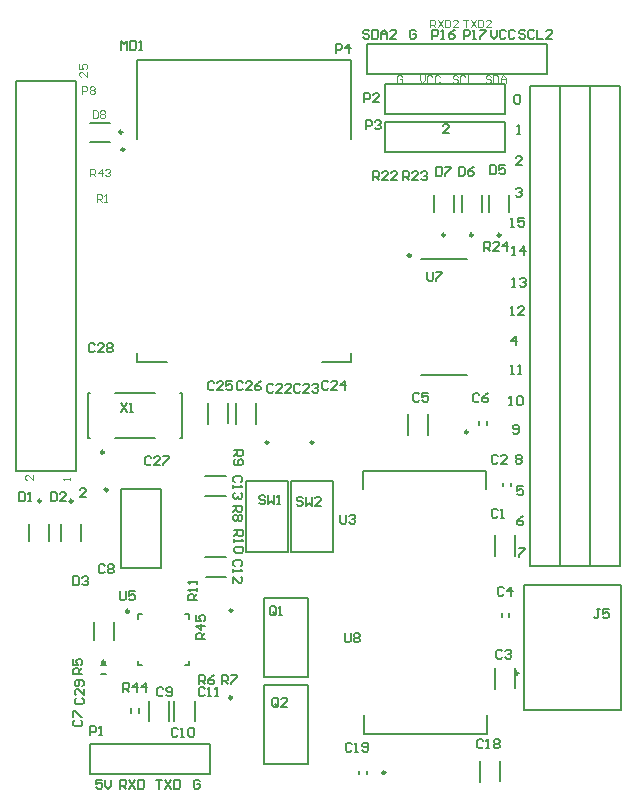
<source format=gto>
G04*
G04 #@! TF.GenerationSoftware,Altium Limited,Altium Designer,20.1.14 (287)*
G04*
G04 Layer_Color=65535*
%FSLAX24Y24*%
%MOIN*%
G70*
G04*
G04 #@! TF.SameCoordinates,D1A17965-E816-498F-87AB-38A2C5CE3A16*
G04*
G04*
G04 #@! TF.FilePolarity,Positive*
G04*
G01*
G75*
%ADD10C,0.0098*%
%ADD11C,0.0079*%
%ADD12C,0.0060*%
%ADD13C,0.0050*%
%ADD14C,0.0040*%
D10*
X16450Y31870D02*
G03*
X16450Y31870I-49J0D01*
G01*
X15802Y14778D02*
G03*
X15802Y14778I-49J0D01*
G01*
X29579Y14416D02*
G03*
X29579Y14416I-49J0D01*
G01*
X28989Y29020D02*
G03*
X28989Y29020I-49J0D01*
G01*
X28064D02*
G03*
X28064Y29020I-49J0D01*
G01*
X27139D02*
G03*
X27139Y29020I-49J0D01*
G01*
X16603Y16476D02*
G03*
X16603Y16476I-49J0D01*
G01*
X25998Y28337D02*
G03*
X25998Y28337I-49J0D01*
G01*
X27903Y22450D02*
G03*
X27903Y22450I-49J0D01*
G01*
X25146Y11100D02*
G03*
X25146Y11100I-49J0D01*
G01*
X15767Y21780D02*
G03*
X15767Y21780I-49J0D01*
G01*
X16378Y32450D02*
G03*
X16378Y32450I-49J0D01*
G01*
X13672Y20154D02*
G03*
X13672Y20154I-49J0D01*
G01*
X14722D02*
G03*
X14722Y20154I-49J0D01*
G01*
X22749Y22109D02*
G03*
X22749Y22109I-49J0D01*
G01*
X21249D02*
G03*
X21249Y22109I-49J0D01*
G01*
X15893Y20529D02*
G03*
X15893Y20529I-49J0D01*
G01*
X20039Y13600D02*
G03*
X20039Y13600I-49J0D01*
G01*
X20049Y16506D02*
G03*
X20049Y16506I-49J0D01*
G01*
D11*
X29072Y20641D02*
Y20759D01*
X29328Y20641D02*
Y20759D01*
X16883Y34869D02*
X24009D01*
Y24790D02*
Y25075D01*
Y32225D02*
Y34869D01*
X16883Y24790D02*
X17872D01*
X23021D02*
X24009D01*
X16883D02*
Y25075D01*
Y32225D02*
Y34869D01*
X24550Y34400D02*
X30550D01*
X24550Y35400D02*
X30550D01*
X24550Y34400D02*
Y35400D01*
X30550Y34400D02*
Y35400D01*
X15428Y15535D02*
Y16126D01*
X16098Y15535D02*
Y16126D01*
X31958Y34004D02*
X32958D01*
X31958Y18754D02*
Y34004D01*
Y18004D02*
Y18754D01*
Y18004D02*
X32958D01*
Y34004D01*
X30958D02*
X31958D01*
X30958Y18754D02*
Y34004D01*
Y18004D02*
Y18754D01*
Y18004D02*
X31958D01*
Y34004D01*
X29958D02*
X30958D01*
X29958Y18754D02*
Y34004D01*
Y18004D02*
Y18754D01*
Y18004D02*
X30958D01*
Y34004D01*
X29485Y18319D02*
Y19008D01*
X28814Y18317D02*
Y19006D01*
X29022Y16291D02*
Y16409D01*
X29278Y16291D02*
Y16409D01*
X29485Y13906D02*
Y14594D01*
X28814Y13903D02*
Y14592D01*
X33014Y13195D02*
Y17369D01*
X29786D02*
X33014D01*
X29786Y13195D02*
Y17369D01*
Y13195D02*
X33014D01*
X28615Y29778D02*
Y30368D01*
X29285Y29778D02*
Y30368D01*
X27690Y29778D02*
Y30368D01*
X28360Y29778D02*
Y30368D01*
X26765Y29778D02*
Y30368D01*
X27435Y29778D02*
Y30368D01*
X29150Y33050D02*
Y34050D01*
X25150Y33050D02*
X29150D01*
X25150Y34050D02*
X29150D01*
X25150Y33050D02*
Y34050D01*
X12850Y34150D02*
X14850D01*
X12850Y21150D02*
X14850D01*
X12850D02*
Y34150D01*
X14850Y21150D02*
Y34150D01*
X28497Y20541D02*
Y21170D01*
X24403Y20541D02*
Y21170D01*
X28497D01*
X24453Y12380D02*
Y13009D01*
X28547Y12380D02*
Y13009D01*
X24453Y12380D02*
X28547D01*
X16131Y23748D02*
X17469D01*
X16131Y22252D02*
X17469D01*
X18296Y23748D02*
X18375D01*
Y22252D02*
Y23748D01*
X18296Y22252D02*
X18375D01*
X15225Y23748D02*
X15304D01*
X15225Y22252D02*
Y23748D01*
Y22252D02*
X15304D01*
X24528Y11041D02*
Y11159D01*
X24272Y11041D02*
Y11159D01*
X28272Y22691D02*
Y22809D01*
X28528Y22691D02*
Y22809D01*
X28314Y10803D02*
Y11492D01*
X28985Y10806D02*
Y11494D01*
X26586Y22358D02*
Y23047D01*
X25915Y22356D02*
Y23044D01*
X23389Y18469D02*
Y20831D01*
X22011D02*
X23389D01*
X22011Y18469D02*
X23389D01*
X22011D02*
Y20831D01*
X21112Y14281D02*
Y16919D01*
Y14281D02*
X22569D01*
Y16919D01*
X21112D02*
X22569D01*
X19153Y18286D02*
X19842D01*
X19156Y17615D02*
X19844D01*
X15667Y14396D02*
X15824D01*
X15667Y14672D02*
X15824D01*
X14328Y18806D02*
Y19396D01*
X14998Y18806D02*
Y19396D01*
X16667Y13096D02*
Y13254D01*
X16943Y13096D02*
Y13254D01*
X13278Y18806D02*
Y19396D01*
X13948Y18806D02*
Y19396D01*
X15300Y11050D02*
Y12050D01*
X19300D01*
X15300Y11050D02*
X19300D01*
Y12050D01*
X21889Y18469D02*
Y20831D01*
X20511D02*
X21889D01*
X20511Y18469D02*
X21889D01*
X20511D02*
Y20831D01*
X26329Y24371D02*
X27871D01*
X26329Y28229D02*
X27871D01*
X21102Y11376D02*
Y14013D01*
Y11376D02*
X22559D01*
Y14013D01*
X21102D02*
X22559D01*
X19149Y20986D02*
X19838D01*
X19151Y20316D02*
X19840D01*
X16907Y16235D02*
Y16373D01*
X17045D01*
X18462D02*
X18600D01*
Y16235D02*
Y16373D01*
Y14680D02*
Y14818D01*
X18462Y14680D02*
X18600D01*
X16907D02*
Y14818D01*
Y14680D02*
X17045D01*
X16335Y17911D02*
Y20548D01*
X17674Y17911D02*
Y20548D01*
X16335D02*
X17674D01*
X16335Y17911D02*
X17674D01*
X19903Y22739D02*
Y23428D01*
X19233Y22737D02*
Y23426D01*
X20853Y22733D02*
Y23422D01*
X20183Y22731D02*
Y23420D01*
X15315Y32765D02*
X15985D01*
X15315Y32135D02*
X15985D01*
X18119Y12805D02*
Y13494D01*
X18789Y12807D02*
Y13496D01*
X17269Y12805D02*
Y13494D01*
X17939Y12807D02*
Y13496D01*
X25150Y31800D02*
Y32800D01*
X29150D01*
X25150Y31800D02*
X29150D01*
Y32800D01*
D12*
X29810Y35810D02*
X29760Y35860D01*
X29660D01*
X29610Y35810D01*
Y35760D01*
X29660Y35710D01*
X29760D01*
X29810Y35660D01*
Y35610D01*
X29760Y35560D01*
X29660D01*
X29610Y35610D01*
X30110Y35810D02*
X30060Y35860D01*
X29960D01*
X29910Y35810D01*
Y35610D01*
X29960Y35560D01*
X30060D01*
X30110Y35610D01*
X30210Y35860D02*
Y35560D01*
X30410D01*
X30710D02*
X30510D01*
X30710Y35760D01*
Y35810D01*
X30660Y35860D01*
X30560D01*
X30510Y35810D01*
X28660Y35860D02*
Y35660D01*
X28760Y35560D01*
X28860Y35660D01*
Y35860D01*
X29160Y35810D02*
X29110Y35860D01*
X29010D01*
X28960Y35810D01*
Y35610D01*
X29010Y35560D01*
X29110D01*
X29160Y35610D01*
X29460Y35810D02*
X29410Y35860D01*
X29310D01*
X29260Y35810D01*
Y35610D01*
X29310Y35560D01*
X29410D01*
X29460Y35610D01*
X26710Y35560D02*
Y35860D01*
X26860D01*
X26910Y35810D01*
Y35710D01*
X26860Y35660D01*
X26710D01*
X27010Y35560D02*
X27110D01*
X27060D01*
Y35860D01*
X27010Y35810D01*
X27460Y35860D02*
X27360Y35810D01*
X27260Y35710D01*
Y35610D01*
X27310Y35560D01*
X27410D01*
X27460Y35610D01*
Y35660D01*
X27410Y35710D01*
X27260D01*
X27760Y35560D02*
Y35860D01*
X27910D01*
X27960Y35810D01*
Y35710D01*
X27910Y35660D01*
X27760D01*
X28060Y35560D02*
X28160D01*
X28110D01*
Y35860D01*
X28060Y35810D01*
X28310Y35860D02*
X28510D01*
Y35810D01*
X28310Y35610D01*
Y35560D01*
X27260Y32410D02*
X27060D01*
X27260Y32610D01*
Y32660D01*
X27210Y32710D01*
X27110D01*
X27060Y32660D01*
X17510Y10860D02*
X17710D01*
X17610D01*
Y10560D01*
X17810Y10860D02*
X18010Y10560D01*
Y10860D02*
X17810Y10560D01*
X18110Y10860D02*
Y10560D01*
X18260D01*
X18310Y10610D01*
Y10810D01*
X18260Y10860D01*
X18110D01*
X16310Y10560D02*
Y10860D01*
X16460D01*
X16510Y10810D01*
Y10710D01*
X16460Y10660D01*
X16310D01*
X16410D02*
X16510Y10560D01*
X16610Y10860D02*
X16810Y10560D01*
Y10860D02*
X16610Y10560D01*
X16910Y10860D02*
Y10560D01*
X17060D01*
X17110Y10610D01*
Y10810D01*
X17060Y10860D01*
X16910D01*
X15710D02*
X15510D01*
Y10710D01*
X15610Y10760D01*
X15660D01*
X15710Y10710D01*
Y10610D01*
X15660Y10560D01*
X15560D01*
X15510Y10610D01*
X15810Y10860D02*
Y10660D01*
X15910Y10560D01*
X16010Y10660D01*
Y10860D01*
X24610Y35810D02*
X24560Y35860D01*
X24460D01*
X24410Y35810D01*
Y35760D01*
X24460Y35710D01*
X24560D01*
X24610Y35660D01*
Y35610D01*
X24560Y35560D01*
X24460D01*
X24410Y35610D01*
X24710Y35860D02*
Y35560D01*
X24860D01*
X24910Y35610D01*
Y35810D01*
X24860Y35860D01*
X24710D01*
X25010Y35560D02*
Y35760D01*
X25110Y35860D01*
X25210Y35760D01*
Y35560D01*
Y35710D01*
X25010D01*
X25510Y35560D02*
X25310D01*
X25510Y35760D01*
Y35810D01*
X25460Y35860D01*
X25360D01*
X25310Y35810D01*
X26160D02*
X26110Y35860D01*
X26010D01*
X25960Y35810D01*
Y35610D01*
X26010Y35560D01*
X26110D01*
X26160Y35610D01*
Y35710D01*
X26060D01*
X18960Y10810D02*
X18910Y10860D01*
X18810D01*
X18760Y10810D01*
Y10610D01*
X18810Y10560D01*
X18910D01*
X18960Y10610D01*
Y10710D01*
X18860D01*
D13*
X29750Y20650D02*
X29550D01*
Y20500D01*
X29650Y20550D01*
X29700D01*
X29750Y20500D01*
Y20400D01*
X29700Y20350D01*
X29600D01*
X29550Y20400D01*
X29600Y18600D02*
X29800D01*
Y18550D01*
X29600Y18350D01*
Y18300D01*
X29500Y30550D02*
X29550Y30600D01*
X29650D01*
X29700Y30550D01*
Y30500D01*
X29650Y30450D01*
X29600D01*
X29650D01*
X29700Y30400D01*
Y30350D01*
X29650Y30300D01*
X29550D01*
X29500Y30350D01*
X29700Y31350D02*
X29500D01*
X29700Y31550D01*
Y31600D01*
X29650Y31650D01*
X29550D01*
X29500Y31600D01*
X29275Y23350D02*
X29375D01*
X29325D01*
Y23650D01*
X29275Y23600D01*
X29525D02*
X29575Y23650D01*
X29675D01*
X29725Y23600D01*
Y23400D01*
X29675Y23350D01*
X29575D01*
X29525Y23400D01*
Y23600D01*
X29550Y32400D02*
X29650D01*
X29600D01*
Y32700D01*
X29550Y32650D01*
X29400Y22450D02*
X29450Y22400D01*
X29550D01*
X29600Y22450D01*
Y22650D01*
X29550Y22700D01*
X29450D01*
X29400Y22650D01*
Y22600D01*
X29450Y22550D01*
X29600D01*
X29750Y19650D02*
X29650Y19600D01*
X29550Y19500D01*
Y19400D01*
X29600Y19350D01*
X29700D01*
X29750Y19400D01*
Y19450D01*
X29700Y19500D01*
X29550D01*
X29375Y27300D02*
X29475D01*
X29425D01*
Y27600D01*
X29375Y27550D01*
X29625D02*
X29675Y27600D01*
X29775D01*
X29825Y27550D01*
Y27500D01*
X29775Y27450D01*
X29725D01*
X29775D01*
X29825Y27400D01*
Y27350D01*
X29775Y27300D01*
X29675D01*
X29625Y27350D01*
X29325Y24400D02*
X29425D01*
X29375D01*
Y24700D01*
X29325Y24650D01*
X29575Y24400D02*
X29675D01*
X29625D01*
Y24700D01*
X29575Y24650D01*
X29500Y21650D02*
X29550Y21700D01*
X29650D01*
X29700Y21650D01*
Y21600D01*
X29650Y21550D01*
X29700Y21500D01*
Y21450D01*
X29650Y21400D01*
X29550D01*
X29500Y21450D01*
Y21500D01*
X29550Y21550D01*
X29500Y21600D01*
Y21650D01*
X29550Y21550D02*
X29650D01*
X29375Y28350D02*
X29475D01*
X29425D01*
Y28650D01*
X29375Y28600D01*
X29775Y28350D02*
Y28650D01*
X29625Y28500D01*
X29825D01*
X29500Y25350D02*
Y25650D01*
X29350Y25500D01*
X29550D01*
X29325Y26350D02*
X29425D01*
X29375D01*
Y26650D01*
X29325Y26600D01*
X29775Y26350D02*
X29575D01*
X29775Y26550D01*
Y26600D01*
X29725Y26650D01*
X29625D01*
X29575Y26600D01*
X29325Y29300D02*
X29425D01*
X29375D01*
Y29600D01*
X29325Y29550D01*
X29775Y29600D02*
X29575D01*
Y29450D01*
X29675Y29500D01*
X29725D01*
X29775Y29450D01*
Y29350D01*
X29725Y29300D01*
X29625D01*
X29575Y29350D01*
X29450Y33650D02*
X29500Y33700D01*
X29600D01*
X29650Y33650D01*
Y33450D01*
X29600Y33400D01*
X29500D01*
X29450Y33450D01*
Y33650D01*
X16300Y17150D02*
Y16900D01*
X16350Y16850D01*
X16450D01*
X16500Y16900D01*
Y17150D01*
X16800D02*
X16600D01*
Y17000D01*
X16700Y17050D01*
X16750D01*
X16800Y17000D01*
Y16900D01*
X16750Y16850D01*
X16650D01*
X16600Y16900D01*
X16333Y23430D02*
X16533Y23130D01*
Y23430D02*
X16333Y23130D01*
X16633D02*
X16733D01*
X16683D01*
Y23430D01*
X16633Y23380D01*
X23800Y15750D02*
Y15500D01*
X23850Y15450D01*
X23950D01*
X24000Y15500D01*
Y15750D01*
X24100Y15700D02*
X24150Y15750D01*
X24250D01*
X24300Y15700D01*
Y15650D01*
X24250Y15600D01*
X24300Y15550D01*
Y15500D01*
X24250Y15450D01*
X24150D01*
X24100Y15500D01*
Y15550D01*
X24150Y15600D01*
X24100Y15650D01*
Y15700D01*
X24150Y15600D02*
X24250D01*
X26550Y27800D02*
Y27550D01*
X26600Y27500D01*
X26700D01*
X26750Y27550D01*
Y27800D01*
X26850D02*
X27050D01*
Y27750D01*
X26850Y27550D01*
Y27500D01*
X15170Y20280D02*
X14970D01*
X15170Y20480D01*
Y20530D01*
X15120Y20580D01*
X15020D01*
X14970Y20530D01*
X23650Y19700D02*
Y19450D01*
X23700Y19400D01*
X23800D01*
X23850Y19450D01*
Y19700D01*
X23950Y19650D02*
X24000Y19700D01*
X24100D01*
X24150Y19650D01*
Y19600D01*
X24100Y19550D01*
X24050D01*
X24100D01*
X24150Y19500D01*
Y19450D01*
X24100Y19400D01*
X24000D01*
X23950Y19450D01*
X22400Y20250D02*
X22350Y20300D01*
X22250D01*
X22200Y20250D01*
Y20200D01*
X22250Y20150D01*
X22350D01*
X22400Y20100D01*
Y20050D01*
X22350Y20000D01*
X22250D01*
X22200Y20050D01*
X22500Y20300D02*
Y20000D01*
X22600Y20100D01*
X22700Y20000D01*
Y20300D01*
X23000Y20000D02*
X22800D01*
X23000Y20200D01*
Y20250D01*
X22950Y20300D01*
X22850D01*
X22800Y20250D01*
X21150Y20300D02*
X21100Y20350D01*
X21000D01*
X20950Y20300D01*
Y20250D01*
X21000Y20200D01*
X21100D01*
X21150Y20150D01*
Y20100D01*
X21100Y20050D01*
X21000D01*
X20950Y20100D01*
X21250Y20350D02*
Y20050D01*
X21350Y20150D01*
X21450Y20050D01*
Y20350D01*
X21550Y20050D02*
X21650D01*
X21600D01*
Y20350D01*
X21550Y20300D01*
X19150Y15550D02*
X18850D01*
Y15700D01*
X18900Y15750D01*
X19000D01*
X19050Y15700D01*
Y15550D01*
Y15650D02*
X19150Y15750D01*
Y16000D02*
X18850D01*
X19000Y15850D01*
Y16050D01*
X18850Y16350D02*
Y16150D01*
X19000D01*
X18950Y16250D01*
Y16300D01*
X19000Y16350D01*
X19100D01*
X19150Y16300D01*
Y16200D01*
X19100Y16150D01*
X16405Y13802D02*
Y14102D01*
X16555D01*
X16605Y14052D01*
Y13952D01*
X16555Y13902D01*
X16405D01*
X16505D02*
X16605Y13802D01*
X16855D02*
Y14102D01*
X16705Y13952D01*
X16905D01*
X17155Y13802D02*
Y14102D01*
X17005Y13952D01*
X17205D01*
X28450Y28500D02*
Y28800D01*
X28600D01*
X28650Y28750D01*
Y28650D01*
X28600Y28600D01*
X28450D01*
X28550D02*
X28650Y28500D01*
X28950D02*
X28750D01*
X28950Y28700D01*
Y28750D01*
X28900Y28800D01*
X28800D01*
X28750Y28750D01*
X29200Y28500D02*
Y28800D01*
X29050Y28650D01*
X29250D01*
X25750Y30850D02*
Y31150D01*
X25900D01*
X25950Y31100D01*
Y31000D01*
X25900Y30950D01*
X25750D01*
X25850D02*
X25950Y30850D01*
X26250D02*
X26050D01*
X26250Y31050D01*
Y31100D01*
X26200Y31150D01*
X26100D01*
X26050Y31100D01*
X26350D02*
X26400Y31150D01*
X26500D01*
X26550Y31100D01*
Y31050D01*
X26500Y31000D01*
X26450D01*
X26500D01*
X26550Y30950D01*
Y30900D01*
X26500Y30850D01*
X26400D01*
X26350Y30900D01*
X24750Y30850D02*
Y31150D01*
X24900D01*
X24950Y31100D01*
Y31000D01*
X24900Y30950D01*
X24750D01*
X24850D02*
X24950Y30850D01*
X25250D02*
X25050D01*
X25250Y31050D01*
Y31100D01*
X25200Y31150D01*
X25100D01*
X25050Y31100D01*
X25550Y30850D02*
X25350D01*
X25550Y31050D01*
Y31100D01*
X25500Y31150D01*
X25400D01*
X25350Y31100D01*
X18873Y16842D02*
X18573D01*
Y16992D01*
X18623Y17042D01*
X18723D01*
X18773Y16992D01*
Y16842D01*
Y16942D02*
X18873Y17042D01*
Y17142D02*
Y17242D01*
Y17192D01*
X18573D01*
X18623Y17142D01*
X18873Y17392D02*
Y17492D01*
Y17442D01*
X18573D01*
X18623Y17392D01*
X20106Y19175D02*
X20406D01*
Y19025D01*
X20356Y18975D01*
X20256D01*
X20206Y19025D01*
Y19175D01*
Y19075D02*
X20106Y18975D01*
Y18875D02*
Y18775D01*
Y18825D01*
X20406D01*
X20356Y18875D01*
Y18625D02*
X20406Y18575D01*
Y18475D01*
X20356Y18425D01*
X20156D01*
X20106Y18475D01*
Y18575D01*
X20156Y18625D01*
X20356D01*
X20091Y21850D02*
X20391D01*
Y21700D01*
X20341Y21650D01*
X20241D01*
X20191Y21700D01*
Y21850D01*
Y21750D02*
X20091Y21650D01*
X20141Y21550D02*
X20091Y21500D01*
Y21400D01*
X20141Y21350D01*
X20341D01*
X20391Y21400D01*
Y21500D01*
X20341Y21550D01*
X20291D01*
X20241Y21500D01*
Y21350D01*
X20082Y20000D02*
X20382D01*
Y19850D01*
X20332Y19800D01*
X20232D01*
X20182Y19850D01*
Y20000D01*
Y19900D02*
X20082Y19800D01*
X20332Y19700D02*
X20382Y19650D01*
Y19550D01*
X20332Y19500D01*
X20282D01*
X20232Y19550D01*
X20182Y19500D01*
X20132D01*
X20082Y19550D01*
Y19650D01*
X20132Y19700D01*
X20182D01*
X20232Y19650D01*
X20282Y19700D01*
X20332D01*
X20232Y19650D02*
Y19550D01*
X19700Y14050D02*
Y14350D01*
X19850D01*
X19900Y14300D01*
Y14200D01*
X19850Y14150D01*
X19700D01*
X19800D02*
X19900Y14050D01*
X20000Y14350D02*
X20200D01*
Y14300D01*
X20000Y14100D01*
Y14050D01*
X18950D02*
Y14350D01*
X19100D01*
X19150Y14300D01*
Y14200D01*
X19100Y14150D01*
X18950D01*
X19050D02*
X19150Y14050D01*
X19450Y14350D02*
X19350Y14300D01*
X19250Y14200D01*
Y14100D01*
X19300Y14050D01*
X19400D01*
X19450Y14100D01*
Y14150D01*
X19400Y14200D01*
X19250D01*
X15046Y14384D02*
X14746D01*
Y14534D01*
X14796Y14584D01*
X14896D01*
X14946Y14534D01*
Y14384D01*
Y14484D02*
X15046Y14584D01*
X14746Y14884D02*
Y14684D01*
X14896D01*
X14846Y14784D01*
Y14834D01*
X14896Y14884D01*
X14996D01*
X15046Y14834D01*
Y14734D01*
X14996Y14684D01*
X21580Y13350D02*
Y13550D01*
X21530Y13600D01*
X21430D01*
X21380Y13550D01*
Y13350D01*
X21430Y13300D01*
X21530D01*
X21480Y13400D02*
X21580Y13300D01*
X21530D02*
X21580Y13350D01*
X21880Y13300D02*
X21680D01*
X21880Y13500D01*
Y13550D01*
X21830Y13600D01*
X21730D01*
X21680Y13550D01*
X21500Y16400D02*
Y16600D01*
X21450Y16650D01*
X21350D01*
X21300Y16600D01*
Y16400D01*
X21350Y16350D01*
X21450D01*
X21400Y16450D02*
X21500Y16350D01*
X21450D02*
X21500Y16400D01*
X21600Y16350D02*
X21700D01*
X21650D01*
Y16650D01*
X21600Y16600D01*
X23500Y35100D02*
Y35400D01*
X23650D01*
X23700Y35350D01*
Y35250D01*
X23650Y35200D01*
X23500D01*
X23950Y35100D02*
Y35400D01*
X23800Y35250D01*
X24000D01*
X24500Y32550D02*
Y32850D01*
X24650D01*
X24700Y32800D01*
Y32700D01*
X24650Y32650D01*
X24500D01*
X24800Y32800D02*
X24850Y32850D01*
X24950D01*
X25000Y32800D01*
Y32750D01*
X24950Y32700D01*
X24900D01*
X24950D01*
X25000Y32650D01*
Y32600D01*
X24950Y32550D01*
X24850D01*
X24800Y32600D01*
X24450Y33450D02*
Y33750D01*
X24600D01*
X24650Y33700D01*
Y33600D01*
X24600Y33550D01*
X24450D01*
X24950Y33450D02*
X24750D01*
X24950Y33650D01*
Y33700D01*
X24900Y33750D01*
X24800D01*
X24750Y33700D01*
X15310Y12340D02*
Y12640D01*
X15460D01*
X15510Y12590D01*
Y12490D01*
X15460Y12440D01*
X15310D01*
X15610Y12340D02*
X15710D01*
X15660D01*
Y12640D01*
X15610Y12590D01*
X16350Y35200D02*
Y35500D01*
X16450Y35400D01*
X16550Y35500D01*
Y35200D01*
X16650Y35500D02*
Y35200D01*
X16800D01*
X16850Y35250D01*
Y35450D01*
X16800Y35500D01*
X16650D01*
X16950Y35200D02*
X17050D01*
X17000D01*
Y35500D01*
X16950Y35450D01*
X32300Y16550D02*
X32200D01*
X32250D01*
Y16300D01*
X32200Y16250D01*
X32150D01*
X32100Y16300D01*
X32600Y16550D02*
X32400D01*
Y16400D01*
X32500Y16450D01*
X32550D01*
X32600Y16400D01*
Y16300D01*
X32550Y16250D01*
X32450D01*
X32400Y16300D01*
X26850Y31300D02*
Y31000D01*
X27000D01*
X27050Y31050D01*
Y31250D01*
X27000Y31300D01*
X26850D01*
X27150D02*
X27350D01*
Y31250D01*
X27150Y31050D01*
Y31000D01*
X27600Y31300D02*
Y31000D01*
X27750D01*
X27800Y31050D01*
Y31250D01*
X27750Y31300D01*
X27600D01*
X28100D02*
X28000Y31250D01*
X27900Y31150D01*
Y31050D01*
X27950Y31000D01*
X28050D01*
X28100Y31050D01*
Y31100D01*
X28050Y31150D01*
X27900D01*
X28650Y31350D02*
Y31050D01*
X28800D01*
X28850Y31100D01*
Y31300D01*
X28800Y31350D01*
X28650D01*
X29150D02*
X28950D01*
Y31200D01*
X29050Y31250D01*
X29100D01*
X29150Y31200D01*
Y31100D01*
X29100Y31050D01*
X29000D01*
X28950Y31100D01*
X14750Y17650D02*
Y17350D01*
X14900D01*
X14950Y17400D01*
Y17600D01*
X14900Y17650D01*
X14750D01*
X15050Y17600D02*
X15100Y17650D01*
X15200D01*
X15250Y17600D01*
Y17550D01*
X15200Y17500D01*
X15150D01*
X15200D01*
X15250Y17450D01*
Y17400D01*
X15200Y17350D01*
X15100D01*
X15050Y17400D01*
X14000Y20450D02*
Y20150D01*
X14150D01*
X14200Y20200D01*
Y20400D01*
X14150Y20450D01*
X14000D01*
X14500Y20150D02*
X14300D01*
X14500Y20350D01*
Y20400D01*
X14450Y20450D01*
X14350D01*
X14300Y20400D01*
X12950Y20450D02*
Y20150D01*
X13100D01*
X13150Y20200D01*
Y20400D01*
X13100Y20450D01*
X12950D01*
X13250Y20150D02*
X13350D01*
X13300D01*
Y20450D01*
X13250Y20400D01*
X14841Y13584D02*
X14791Y13534D01*
Y13434D01*
X14841Y13384D01*
X15041D01*
X15091Y13434D01*
Y13534D01*
X15041Y13584D01*
X15091Y13884D02*
Y13684D01*
X14891Y13884D01*
X14841D01*
X14791Y13834D01*
Y13734D01*
X14841Y13684D01*
X15041Y13984D02*
X15091Y14034D01*
Y14134D01*
X15041Y14184D01*
X14841D01*
X14791Y14134D01*
Y14034D01*
X14841Y13984D01*
X14891D01*
X14941Y14034D01*
Y14184D01*
X15460Y25360D02*
X15410Y25410D01*
X15310D01*
X15260Y25360D01*
Y25160D01*
X15310Y25110D01*
X15410D01*
X15460Y25160D01*
X15760Y25110D02*
X15560D01*
X15760Y25310D01*
Y25360D01*
X15710Y25410D01*
X15610D01*
X15560Y25360D01*
X15860D02*
X15910Y25410D01*
X16010D01*
X16060Y25360D01*
Y25310D01*
X16010Y25260D01*
X16060Y25210D01*
Y25160D01*
X16010Y25110D01*
X15910D01*
X15860Y25160D01*
Y25210D01*
X15910Y25260D01*
X15860Y25310D01*
Y25360D01*
X15910Y25260D02*
X16010D01*
X17350Y21600D02*
X17300Y21650D01*
X17200D01*
X17150Y21600D01*
Y21400D01*
X17200Y21350D01*
X17300D01*
X17350Y21400D01*
X17650Y21350D02*
X17450D01*
X17650Y21550D01*
Y21600D01*
X17600Y21650D01*
X17500D01*
X17450Y21600D01*
X17750Y21650D02*
X17950D01*
Y21600D01*
X17750Y21400D01*
Y21350D01*
X20390Y24090D02*
X20340Y24140D01*
X20240D01*
X20190Y24090D01*
Y23890D01*
X20240Y23840D01*
X20340D01*
X20390Y23890D01*
X20690Y23840D02*
X20490D01*
X20690Y24040D01*
Y24090D01*
X20640Y24140D01*
X20540D01*
X20490Y24090D01*
X20990Y24140D02*
X20890Y24090D01*
X20790Y23990D01*
Y23890D01*
X20840Y23840D01*
X20940D01*
X20990Y23890D01*
Y23940D01*
X20940Y23990D01*
X20790D01*
X19440Y24090D02*
X19390Y24140D01*
X19290D01*
X19240Y24090D01*
Y23890D01*
X19290Y23840D01*
X19390D01*
X19440Y23890D01*
X19740Y23840D02*
X19540D01*
X19740Y24040D01*
Y24090D01*
X19690Y24140D01*
X19590D01*
X19540Y24090D01*
X20040Y24140D02*
X19840D01*
Y23990D01*
X19940Y24040D01*
X19990D01*
X20040Y23990D01*
Y23890D01*
X19990Y23840D01*
X19890D01*
X19840Y23890D01*
X23240Y24120D02*
X23190Y24170D01*
X23090D01*
X23040Y24120D01*
Y23920D01*
X23090Y23870D01*
X23190D01*
X23240Y23920D01*
X23540Y23870D02*
X23340D01*
X23540Y24070D01*
Y24120D01*
X23490Y24170D01*
X23390D01*
X23340Y24120D01*
X23790Y23870D02*
Y24170D01*
X23640Y24020D01*
X23840D01*
X22320Y24020D02*
X22270Y24070D01*
X22170D01*
X22120Y24020D01*
Y23820D01*
X22170Y23770D01*
X22270D01*
X22320Y23820D01*
X22620Y23770D02*
X22420D01*
X22620Y23970D01*
Y24020D01*
X22570Y24070D01*
X22470D01*
X22420Y24020D01*
X22720D02*
X22770Y24070D01*
X22870D01*
X22920Y24020D01*
Y23970D01*
X22870Y23920D01*
X22820D01*
X22870D01*
X22920Y23870D01*
Y23820D01*
X22870Y23770D01*
X22770D01*
X22720Y23820D01*
X21420Y24020D02*
X21370Y24070D01*
X21270D01*
X21220Y24020D01*
Y23820D01*
X21270Y23770D01*
X21370D01*
X21420Y23820D01*
X21720Y23770D02*
X21520D01*
X21720Y23970D01*
Y24020D01*
X21670Y24070D01*
X21570D01*
X21520Y24020D01*
X22020Y23770D02*
X21820D01*
X22020Y23970D01*
Y24020D01*
X21970Y24070D01*
X21870D01*
X21820Y24020D01*
X24029Y12040D02*
X23979Y12090D01*
X23880D01*
X23830Y12040D01*
Y11840D01*
X23880Y11790D01*
X23979D01*
X24029Y11840D01*
X24129Y11790D02*
X24229D01*
X24179D01*
Y12090D01*
X24129Y12040D01*
X24379Y11840D02*
X24429Y11790D01*
X24529D01*
X24579Y11840D01*
Y12040D01*
X24529Y12090D01*
X24429D01*
X24379Y12040D01*
Y11990D01*
X24429Y11940D01*
X24579D01*
X28420Y12160D02*
X28370Y12210D01*
X28270D01*
X28220Y12160D01*
Y11960D01*
X28270Y11910D01*
X28370D01*
X28420Y11960D01*
X28520Y11910D02*
X28620D01*
X28570D01*
Y12210D01*
X28520Y12160D01*
X28770D02*
X28820Y12210D01*
X28920D01*
X28970Y12160D01*
Y12110D01*
X28920Y12060D01*
X28970Y12010D01*
Y11960D01*
X28920Y11910D01*
X28820D01*
X28770Y11960D01*
Y12010D01*
X28820Y12060D01*
X28770Y12110D01*
Y12160D01*
X28820Y12060D02*
X28920D01*
X20328Y20781D02*
X20378Y20831D01*
Y20931D01*
X20328Y20981D01*
X20128D01*
X20078Y20931D01*
Y20831D01*
X20128Y20781D01*
X20078Y20681D02*
Y20581D01*
Y20631D01*
X20378D01*
X20328Y20681D01*
Y20431D02*
X20378Y20381D01*
Y20281D01*
X20328Y20231D01*
X20278D01*
X20228Y20281D01*
Y20331D01*
Y20281D01*
X20178Y20231D01*
X20128D01*
X20078Y20281D01*
Y20381D01*
X20128Y20431D01*
X20332Y17981D02*
X20382Y18031D01*
Y18131D01*
X20332Y18181D01*
X20132D01*
X20082Y18131D01*
Y18031D01*
X20132Y17981D01*
X20082Y17881D02*
Y17781D01*
Y17831D01*
X20382D01*
X20332Y17881D01*
X20082Y17431D02*
Y17631D01*
X20282Y17431D01*
X20332D01*
X20382Y17481D01*
Y17581D01*
X20332Y17631D01*
X19125Y13900D02*
X19075Y13950D01*
X18975D01*
X18925Y13900D01*
Y13700D01*
X18975Y13650D01*
X19075D01*
X19125Y13700D01*
X19225Y13650D02*
X19325D01*
X19275D01*
Y13950D01*
X19225Y13900D01*
X19475Y13650D02*
X19575D01*
X19525D01*
Y13950D01*
X19475Y13900D01*
X18225Y12550D02*
X18175Y12600D01*
X18075D01*
X18025Y12550D01*
Y12350D01*
X18075Y12300D01*
X18175D01*
X18225Y12350D01*
X18325Y12300D02*
X18425D01*
X18375D01*
Y12600D01*
X18325Y12550D01*
X18575D02*
X18625Y12600D01*
X18725D01*
X18775Y12550D01*
Y12350D01*
X18725Y12300D01*
X18625D01*
X18575Y12350D01*
Y12550D01*
X17750Y13900D02*
X17700Y13950D01*
X17600D01*
X17550Y13900D01*
Y13700D01*
X17600Y13650D01*
X17700D01*
X17750Y13700D01*
X17850D02*
X17900Y13650D01*
X18000D01*
X18050Y13700D01*
Y13900D01*
X18000Y13950D01*
X17900D01*
X17850Y13900D01*
Y13850D01*
X17900Y13800D01*
X18050D01*
X15800Y18000D02*
X15750Y18050D01*
X15650D01*
X15600Y18000D01*
Y17800D01*
X15650Y17750D01*
X15750D01*
X15800Y17800D01*
X15900Y18000D02*
X15950Y18050D01*
X16050D01*
X16100Y18000D01*
Y17950D01*
X16050Y17900D01*
X16100Y17850D01*
Y17800D01*
X16050Y17750D01*
X15950D01*
X15900Y17800D01*
Y17850D01*
X15950Y17900D01*
X15900Y17950D01*
Y18000D01*
X15950Y17900D02*
X16050D01*
X14796Y12850D02*
X14746Y12800D01*
Y12700D01*
X14796Y12650D01*
X14996D01*
X15046Y12700D01*
Y12800D01*
X14996Y12850D01*
X14746Y12950D02*
Y13150D01*
X14796D01*
X14996Y12950D01*
X15046D01*
X28280Y23690D02*
X28230Y23740D01*
X28130D01*
X28080Y23690D01*
Y23490D01*
X28130Y23440D01*
X28230D01*
X28280Y23490D01*
X28580Y23740D02*
X28480Y23690D01*
X28380Y23590D01*
Y23490D01*
X28430Y23440D01*
X28530D01*
X28580Y23490D01*
Y23540D01*
X28530Y23590D01*
X28380D01*
X26280Y23710D02*
X26230Y23760D01*
X26130D01*
X26080Y23710D01*
Y23510D01*
X26130Y23460D01*
X26230D01*
X26280Y23510D01*
X26580Y23760D02*
X26380D01*
Y23610D01*
X26480Y23660D01*
X26530D01*
X26580Y23610D01*
Y23510D01*
X26530Y23460D01*
X26430D01*
X26380Y23510D01*
X29100Y17250D02*
X29050Y17300D01*
X28950D01*
X28900Y17250D01*
Y17050D01*
X28950Y17000D01*
X29050D01*
X29100Y17050D01*
X29350Y17000D02*
Y17300D01*
X29200Y17150D01*
X29400D01*
X29050Y15150D02*
X29000Y15200D01*
X28900D01*
X28850Y15150D01*
Y14950D01*
X28900Y14900D01*
X29000D01*
X29050Y14950D01*
X29150Y15150D02*
X29200Y15200D01*
X29300D01*
X29350Y15150D01*
Y15100D01*
X29300Y15050D01*
X29250D01*
X29300D01*
X29350Y15000D01*
Y14950D01*
X29300Y14900D01*
X29200D01*
X29150Y14950D01*
X28900Y21650D02*
X28850Y21700D01*
X28750D01*
X28700Y21650D01*
Y21450D01*
X28750Y21400D01*
X28850D01*
X28900Y21450D01*
X29200Y21400D02*
X29000D01*
X29200Y21600D01*
Y21650D01*
X29150Y21700D01*
X29050D01*
X29000Y21650D01*
X28900Y19850D02*
X28850Y19900D01*
X28750D01*
X28700Y19850D01*
Y19650D01*
X28750Y19600D01*
X28850D01*
X28900Y19650D01*
X29000Y19600D02*
X29100D01*
X29050D01*
Y19900D01*
X29000Y19850D01*
D14*
X26290Y34340D02*
Y34173D01*
X26373Y34090D01*
X26457Y34173D01*
Y34340D01*
X26707Y34298D02*
X26665Y34340D01*
X26582D01*
X26540Y34298D01*
Y34132D01*
X26582Y34090D01*
X26665D01*
X26707Y34132D01*
X26956Y34298D02*
X26915Y34340D01*
X26831D01*
X26790Y34298D01*
Y34132D01*
X26831Y34090D01*
X26915D01*
X26956Y34132D01*
X27740Y36190D02*
X27907D01*
X27823D01*
Y35940D01*
X27990Y36190D02*
X28157Y35940D01*
Y36190D02*
X27990Y35940D01*
X28240Y36190D02*
Y35940D01*
X28365D01*
X28406Y35982D01*
Y36148D01*
X28365Y36190D01*
X28240D01*
X28656Y35940D02*
X28490D01*
X28656Y36107D01*
Y36148D01*
X28615Y36190D01*
X28531D01*
X28490Y36148D01*
X27557Y34298D02*
X27515Y34340D01*
X27432D01*
X27390Y34298D01*
Y34257D01*
X27432Y34215D01*
X27515D01*
X27557Y34173D01*
Y34132D01*
X27515Y34090D01*
X27432D01*
X27390Y34132D01*
X27807Y34298D02*
X27765Y34340D01*
X27682D01*
X27640Y34298D01*
Y34132D01*
X27682Y34090D01*
X27765D01*
X27807Y34132D01*
X27890Y34340D02*
Y34090D01*
X28056D01*
X26640Y35940D02*
Y36190D01*
X26765D01*
X26807Y36148D01*
Y36065D01*
X26765Y36023D01*
X26640D01*
X26723D02*
X26807Y35940D01*
X26890Y36190D02*
X27057Y35940D01*
Y36190D02*
X26890Y35940D01*
X27140Y36190D02*
Y35940D01*
X27265D01*
X27306Y35982D01*
Y36148D01*
X27265Y36190D01*
X27140D01*
X27556Y35940D02*
X27390D01*
X27556Y36107D01*
Y36148D01*
X27515Y36190D01*
X27431D01*
X27390Y36148D01*
X28657Y34298D02*
X28615Y34340D01*
X28532D01*
X28490Y34298D01*
Y34257D01*
X28532Y34215D01*
X28615D01*
X28657Y34173D01*
Y34132D01*
X28615Y34090D01*
X28532D01*
X28490Y34132D01*
X28740Y34340D02*
Y34090D01*
X28865D01*
X28907Y34132D01*
Y34298D01*
X28865Y34340D01*
X28740D01*
X28990Y34090D02*
Y34257D01*
X29073Y34340D01*
X29156Y34257D01*
Y34090D01*
Y34215D01*
X28990D01*
X25707Y34298D02*
X25665Y34340D01*
X25582D01*
X25540Y34298D01*
Y34132D01*
X25582Y34090D01*
X25665D01*
X25707Y34132D01*
Y34215D01*
X25623D01*
X13400Y21017D02*
Y20850D01*
X13233Y21017D01*
X13192D01*
X13150Y20975D01*
Y20892D01*
X13192Y20850D01*
X14650D02*
Y20933D01*
Y20892D01*
X14400D01*
X14442Y20850D01*
X15200Y34467D02*
Y34300D01*
X15033Y34467D01*
X14992D01*
X14950Y34425D01*
Y34342D01*
X14992Y34300D01*
X14950Y34717D02*
Y34550D01*
X15075D01*
X15033Y34633D01*
Y34675D01*
X15075Y34717D01*
X15158D01*
X15200Y34675D01*
Y34592D01*
X15158Y34550D01*
X15042Y33725D02*
Y33975D01*
X15167D01*
X15208Y33933D01*
Y33850D01*
X15167Y33808D01*
X15042D01*
X15292Y33933D02*
X15333Y33975D01*
X15417D01*
X15458Y33933D01*
Y33892D01*
X15417Y33850D01*
X15458Y33808D01*
Y33767D01*
X15417Y33725D01*
X15333D01*
X15292Y33767D01*
Y33808D01*
X15333Y33850D01*
X15292Y33892D01*
Y33933D01*
X15333Y33850D02*
X15417D01*
X15317Y30975D02*
Y31225D01*
X15442D01*
X15483Y31183D01*
Y31100D01*
X15442Y31058D01*
X15317D01*
X15400D02*
X15483Y30975D01*
X15692D02*
Y31225D01*
X15567Y31100D01*
X15733D01*
X15817Y31183D02*
X15858Y31225D01*
X15942D01*
X15983Y31183D01*
Y31142D01*
X15942Y31100D01*
X15900D01*
X15942D01*
X15983Y31058D01*
Y31017D01*
X15942Y30975D01*
X15858D01*
X15817Y31017D01*
X15533Y30125D02*
Y30375D01*
X15658D01*
X15700Y30333D01*
Y30250D01*
X15658Y30208D01*
X15533D01*
X15617D02*
X15700Y30125D01*
X15783D02*
X15867D01*
X15825D01*
Y30375D01*
X15783Y30333D01*
X15392Y33175D02*
Y32925D01*
X15517D01*
X15558Y32967D01*
Y33133D01*
X15517Y33175D01*
X15392D01*
X15642Y33133D02*
X15683Y33175D01*
X15767D01*
X15808Y33133D01*
Y33092D01*
X15767Y33050D01*
X15808Y33008D01*
Y32967D01*
X15767Y32925D01*
X15683D01*
X15642Y32967D01*
Y33008D01*
X15683Y33050D01*
X15642Y33092D01*
Y33133D01*
X15683Y33050D02*
X15767D01*
M02*

</source>
